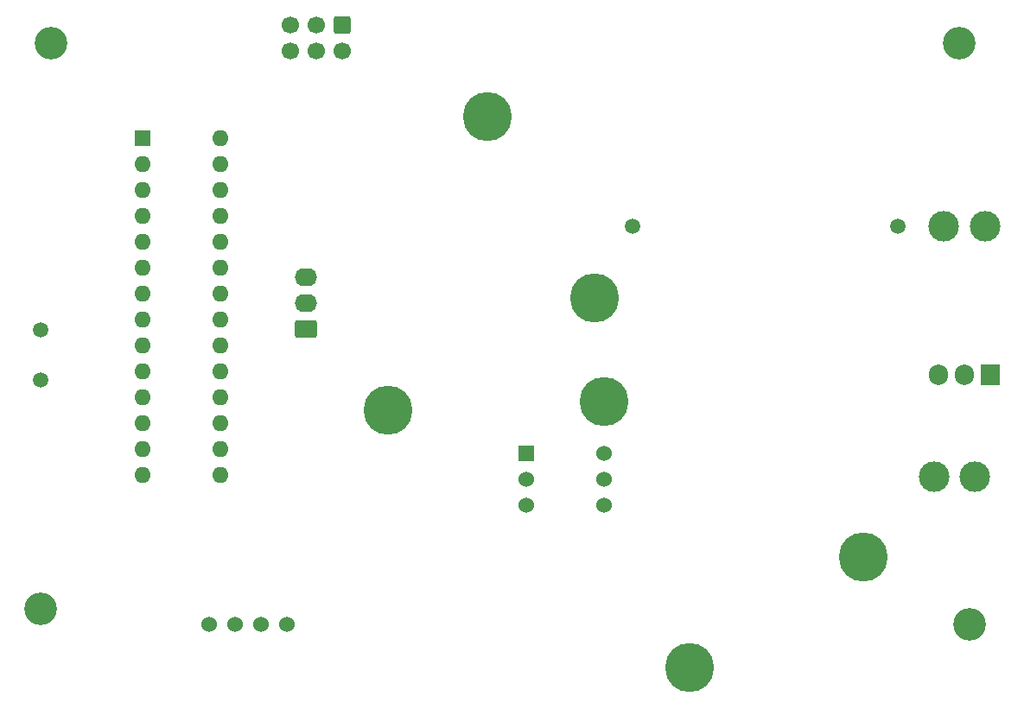
<source format=gbs>
G04 #@! TF.GenerationSoftware,KiCad,Pcbnew,(7.0.0)*
G04 #@! TF.CreationDate,2023-03-08T04:37:20-06:00*
G04 #@! TF.ProjectId,445,3434352e-6b69-4636-9164-5f7063625858,rev?*
G04 #@! TF.SameCoordinates,Original*
G04 #@! TF.FileFunction,Soldermask,Bot*
G04 #@! TF.FilePolarity,Negative*
%FSLAX46Y46*%
G04 Gerber Fmt 4.6, Leading zero omitted, Abs format (unit mm)*
G04 Created by KiCad (PCBNEW (7.0.0)) date 2023-03-08 04:37:20*
%MOMM*%
%LPD*%
G01*
G04 APERTURE LIST*
G04 Aperture macros list*
%AMRoundRect*
0 Rectangle with rounded corners*
0 $1 Rounding radius*
0 $2 $3 $4 $5 $6 $7 $8 $9 X,Y pos of 4 corners*
0 Add a 4 corners polygon primitive as box body*
4,1,4,$2,$3,$4,$5,$6,$7,$8,$9,$2,$3,0*
0 Add four circle primitives for the rounded corners*
1,1,$1+$1,$2,$3*
1,1,$1+$1,$4,$5*
1,1,$1+$1,$6,$7*
1,1,$1+$1,$8,$9*
0 Add four rect primitives between the rounded corners*
20,1,$1+$1,$2,$3,$4,$5,0*
20,1,$1+$1,$4,$5,$6,$7,0*
20,1,$1+$1,$6,$7,$8,$9,0*
20,1,$1+$1,$8,$9,$2,$3,0*%
G04 Aperture macros list end*
%ADD10C,3.200000*%
%ADD11C,1.500000*%
%ADD12R,1.600000X1.600000*%
%ADD13O,1.600000X1.600000*%
%ADD14C,1.530000*%
%ADD15RoundRect,0.250000X-0.600000X0.600000X-0.600000X-0.600000X0.600000X-0.600000X0.600000X0.600000X0*%
%ADD16C,1.700000*%
%ADD17C,4.800000*%
%ADD18C,3.000000*%
%ADD19R,1.905000X2.000000*%
%ADD20O,1.905000X2.000000*%
%ADD21R,1.524000X1.524000*%
%ADD22C,1.524000*%
%ADD23RoundRect,0.250000X0.845000X-0.620000X0.845000X0.620000X-0.845000X0.620000X-0.845000X-0.620000X0*%
%ADD24O,2.190000X1.740000*%
G04 APERTURE END LIST*
D10*
X135000000Y-36000000D03*
D11*
X134000000Y-69000000D03*
X134000000Y-64120000D03*
X218000000Y-54000000D03*
X192000000Y-54000000D03*
D10*
X224000000Y-36000000D03*
D12*
X143999999Y-45299999D03*
D13*
X143999999Y-47839999D03*
X143999999Y-50379999D03*
X143999999Y-52919999D03*
X143999999Y-55459999D03*
X143999999Y-57999999D03*
X143999999Y-60539999D03*
X143999999Y-63079999D03*
X143999999Y-65619999D03*
X143999999Y-68159999D03*
X143999999Y-70699999D03*
X143999999Y-73239999D03*
X143999999Y-75779999D03*
X143999999Y-78319999D03*
X151619999Y-78319999D03*
X151619999Y-75779999D03*
X151619999Y-73239999D03*
X151619999Y-70699999D03*
X151619999Y-68159999D03*
X151619999Y-65619999D03*
X151619999Y-63079999D03*
X151619999Y-60539999D03*
X151619999Y-57999999D03*
X151619999Y-55459999D03*
X151619999Y-52919999D03*
X151619999Y-50379999D03*
X151619999Y-47839999D03*
X151619999Y-45299999D03*
D14*
X150460000Y-93000000D03*
X153000000Y-93000000D03*
X155540000Y-93000000D03*
X158080000Y-93000000D03*
D15*
X163545000Y-34247500D03*
D16*
X163545000Y-36787500D03*
X161005000Y-34247500D03*
X161005000Y-36787500D03*
X158465000Y-34247500D03*
X158465000Y-36787500D03*
D17*
X177800000Y-43180000D03*
X197612000Y-97231200D03*
D10*
X225000000Y-93000000D03*
D18*
X221500000Y-78500000D03*
X225500000Y-78500000D03*
D17*
X188264800Y-60960000D03*
X168000000Y-72000000D03*
D19*
X226999999Y-68499999D03*
D20*
X224459999Y-68499999D03*
X221919999Y-68499999D03*
D21*
X181609999Y-76199999D03*
D22*
X181610000Y-78740000D03*
X181610000Y-81280000D03*
X189230000Y-81280000D03*
X189230000Y-78740000D03*
X189230000Y-76200000D03*
D10*
X134000000Y-91500000D03*
D17*
X214630000Y-86360000D03*
D23*
X160000000Y-64040000D03*
D24*
X159999999Y-61499999D03*
X159999999Y-58959999D03*
D17*
X189230000Y-71120000D03*
D18*
X222500000Y-54000000D03*
X226500000Y-54000000D03*
M02*

</source>
